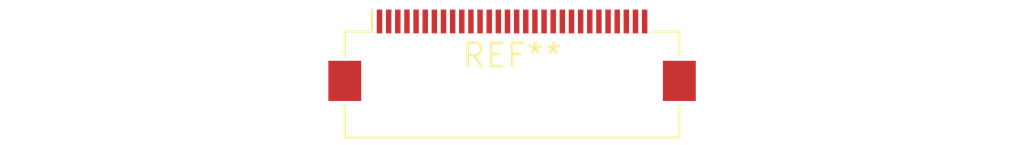
<source format=kicad_pcb>
(kicad_pcb (version 20240108) (generator pcbnew)
  (layers (0 "F.Cu" signal) (31 "B.Cu" signal) (34 "B.Paste" user) (35 "F.Paste" user) (36 "B.SilkS" user "B.Silkscreen") (37 "F.SilkS" user "F.Silkscreen") (38 "B.Mask" user) (39 "F.Mask" user) (44 "Edge.Cuts" user))
  (net 0 "")
  (footprint "Hirose_FH12-30S-0.5SH_1x30-1MP_P0.50mm_Horizontal" (layer "F.Cu") (at 0 0)
    (property "Reference" "REF**")
    (property "Value" "Hirose_FH12-30S-0.5SH_1x30-1MP_P0.50mm_Horizontal")
    (fp_line (start -9.15 -1.3) (end -9.15 0.04) (layer "F.SilkS") (stroke (width 0.12)))
    (fp_line (start -9.15 2.76) (end -9.15 4.5) (layer "F.SilkS") (stroke (width 0.12)))
    (fp_line (start -9.15 4.5) (end 9.15 4.5) (layer "F.SilkS") (stroke (width 0.12)))
    (fp_line (start -7.66 -1.3) (end -9.15 -1.3) (layer "F.SilkS") (stroke (width 0.12)))
    (fp_line (start -7.66 -1.3) (end -7.66 -2.5) (layer "F.SilkS") (stroke (width 0.12)))
    (fp_line (start 7.66 -1.3) (end 9.15 -1.3) (layer "F.SilkS") (stroke (width 0.12)))
    (fp_line (start 9.15 -1.3) (end 9.15 0.04) (layer "F.SilkS") (stroke (width 0.12)))
    (fp_line (start 9.15 4.5) (end 9.15 2.76) (layer "F.SilkS") (stroke (width 0.12)))
    (pad "1" smd rect (at -7.25 -1.85) (size 0.3 1.3) (layers "F.Cu" "F.Paste" "F.Mask"))
    (pad "2" smd rect (at -6.75 -1.85) (size 0.3 1.3) (layers "F.Cu" "F.Paste" "F.Mask"))
    (pad "3" smd rect (at -6.25 -1.85) (size 0.3 1.3) (layers "F.Cu" "F.Paste" "F.Mask"))
    (pad "4" smd rect (at -5.75 -1.85) (size 0.3 1.3) (layers "F.Cu" "F.Paste" "F.Mask"))
    (pad "5" smd rect (at -5.25 -1.85) (size 0.3 1.3) (layers "F.Cu" "F.Paste" "F.Mask"))
    (pad "6" smd rect (at -4.75 -1.85) (size 0.3 1.3) (layers "F.Cu" "F.Paste" "F.Mask"))
    (pad "7" smd rect (at -4.25 -1.85) (size 0.3 1.3) (layers "F.Cu" "F.Paste" "F.Mask"))
    (pad "8" smd rect (at -3.75 -1.85) (size 0.3 1.3) (layers "F.Cu" "F.Paste" "F.Mask"))
    (pad "9" smd rect (at -3.25 -1.85) (size 0.3 1.3) (layers "F.Cu" "F.Paste" "F.Mask"))
    (pad "10" smd rect (at -2.75 -1.85) (size 0.3 1.3) (layers "F.Cu" "F.Paste" "F.Mask"))
    (pad "11" smd rect (at -2.25 -1.85) (size 0.3 1.3) (layers "F.Cu" "F.Paste" "F.Mask"))
    (pad "12" smd rect (at -1.75 -1.85) (size 0.3 1.3) (layers "F.Cu" "F.Paste" "F.Mask"))
    (pad "13" smd rect (at -1.25 -1.85) (size 0.3 1.3) (layers "F.Cu" "F.Paste" "F.Mask"))
    (pad "14" smd rect (at -0.75 -1.85) (size 0.3 1.3) (layers "F.Cu" "F.Paste" "F.Mask"))
    (pad "15" smd rect (at -0.25 -1.85) (size 0.3 1.3) (layers "F.Cu" "F.Paste" "F.Mask"))
    (pad "16" smd rect (at 0.25 -1.85) (size 0.3 1.3) (layers "F.Cu" "F.Paste" "F.Mask"))
    (pad "17" smd rect (at 0.75 -1.85) (size 0.3 1.3) (layers "F.Cu" "F.Paste" "F.Mask"))
    (pad "18" smd rect (at 1.25 -1.85) (size 0.3 1.3) (layers "F.Cu" "F.Paste" "F.Mask"))
    (pad "19" smd rect (at 1.75 -1.85) (size 0.3 1.3) (layers "F.Cu" "F.Paste" "F.Mask"))
    (pad "20" smd rect (at 2.25 -1.85) (size 0.3 1.3) (layers "F.Cu" "F.Paste" "F.Mask"))
    (pad "21" smd rect (at 2.75 -1.85) (size 0.3 1.3) (layers "F.Cu" "F.Paste" "F.Mask"))
    (pad "22" smd rect (at 3.25 -1.85) (size 0.3 1.3) (layers "F.Cu" "F.Paste" "F.Mask"))
    (pad "23" smd rect (at 3.75 -1.85) (size 0.3 1.3) (layers "F.Cu" "F.Paste" "F.Mask"))
    (pad "24" smd rect (at 4.25 -1.85) (size 0.3 1.3) (layers "F.Cu" "F.Paste" "F.Mask"))
    (pad "25" smd rect (at 4.75 -1.85) (size 0.3 1.3) (layers "F.Cu" "F.Paste" "F.Mask"))
    (pad "26" smd rect (at 5.25 -1.85) (size 0.3 1.3) (layers "F.Cu" "F.Paste" "F.Mask"))
    (pad "27" smd rect (at 5.75 -1.85) (size 0.3 1.3) (layers "F.Cu" "F.Paste" "F.Mask"))
    (pad "28" smd rect (at 6.25 -1.85) (size 0.3 1.3) (layers "F.Cu" "F.Paste" "F.Mask"))
    (pad "29" smd rect (at 6.75 -1.85) (size 0.3 1.3) (layers "F.Cu" "F.Paste" "F.Mask"))
    (pad "30" smd rect (at 7.25 -1.85) (size 0.3 1.3) (layers "F.Cu" "F.Paste" "F.Mask"))
    (pad "MP" smd rect (at -9.15 1.4) (size 1.8 2.2) (layers "F.Cu" "F.Paste" "F.Mask"))
    (pad "MP" smd rect (at 9.15 1.4) (size 1.8 2.2) (layers "F.Cu" "F.Paste" "F.Mask"))
  )
)
</source>
